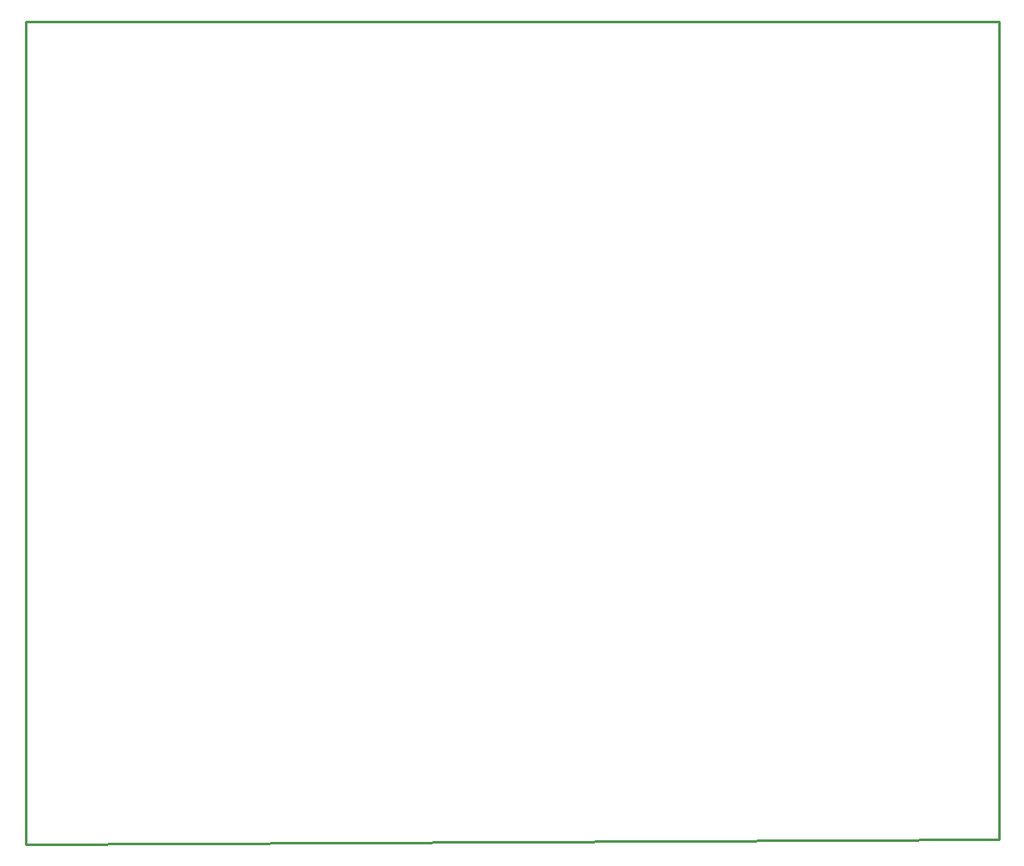
<source format=gbr>
G04 EAGLE Gerber RS-274X export*
G75*
%MOMM*%
%FSLAX34Y34*%
%LPD*%
%IN*%
%IPPOS*%
%AMOC8*
5,1,8,0,0,1.08239X$1,22.5*%
G01*
%ADD10C,0.254000*%


D10*
X0Y0D02*
X990600Y5080D01*
X990600Y838200D01*
X0Y838200D01*
X0Y0D01*
M02*

</source>
